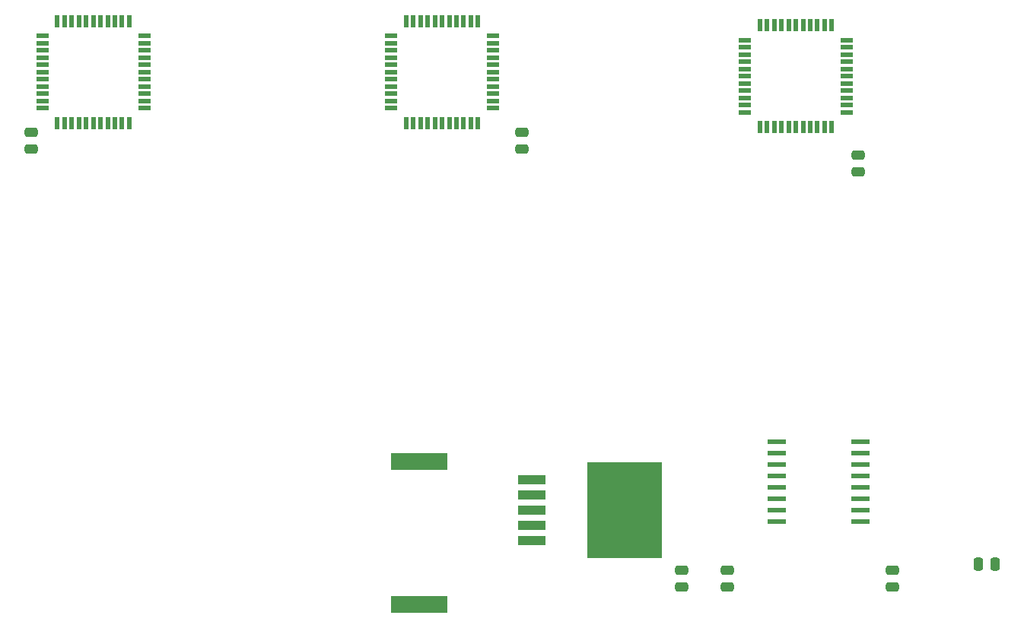
<source format=gbr>
G04 #@! TF.GenerationSoftware,KiCad,Pcbnew,7.0.10*
G04 #@! TF.CreationDate,2024-09-23T02:40:38-05:00*
G04 #@! TF.ProjectId,v2Panel,76325061-6e65-46c2-9e6b-696361645f70,rev?*
G04 #@! TF.SameCoordinates,Original*
G04 #@! TF.FileFunction,Paste,Top*
G04 #@! TF.FilePolarity,Positive*
%FSLAX46Y46*%
G04 Gerber Fmt 4.6, Leading zero omitted, Abs format (unit mm)*
G04 Created by KiCad (PCBNEW 7.0.10) date 2024-09-23 02:40:38*
%MOMM*%
%LPD*%
G01*
G04 APERTURE LIST*
G04 Aperture macros list*
%AMRoundRect*
0 Rectangle with rounded corners*
0 $1 Rounding radius*
0 $2 $3 $4 $5 $6 $7 $8 $9 X,Y pos of 4 corners*
0 Add a 4 corners polygon primitive as box body*
4,1,4,$2,$3,$4,$5,$6,$7,$8,$9,$2,$3,0*
0 Add four circle primitives for the rounded corners*
1,1,$1+$1,$2,$3*
1,1,$1+$1,$4,$5*
1,1,$1+$1,$6,$7*
1,1,$1+$1,$8,$9*
0 Add four rect primitives between the rounded corners*
20,1,$1+$1,$2,$3,$4,$5,0*
20,1,$1+$1,$4,$5,$6,$7,0*
20,1,$1+$1,$6,$7,$8,$9,0*
20,1,$1+$1,$8,$9,$2,$3,0*%
G04 Aperture macros list end*
%ADD10RoundRect,0.250000X0.475000X-0.250000X0.475000X0.250000X-0.475000X0.250000X-0.475000X-0.250000X0*%
%ADD11RoundRect,0.073750X-0.951250X-0.221250X0.951250X-0.221250X0.951250X0.221250X-0.951250X0.221250X0*%
%ADD12RoundRect,0.250000X-0.475000X0.250000X-0.475000X-0.250000X0.475000X-0.250000X0.475000X0.250000X0*%
%ADD13R,3.050000X1.016000*%
%ADD14R,8.380000X10.660000*%
%ADD15RoundRect,0.250000X0.250000X0.475000X-0.250000X0.475000X-0.250000X-0.475000X0.250000X-0.475000X0*%
%ADD16R,0.500800X1.355600*%
%ADD17R,1.355600X0.500800*%
%ADD18R,6.350000X1.900000*%
G04 APERTURE END LIST*
D10*
X150484897Y-143641827D03*
X150484897Y-141741827D03*
D11*
X155989897Y-127451827D03*
X155989897Y-128721827D03*
X155989897Y-129991827D03*
X155989897Y-131261827D03*
X155989897Y-132531827D03*
X155989897Y-133801827D03*
X155989897Y-135071827D03*
X155989897Y-136341827D03*
X165299897Y-136341827D03*
X165299897Y-135071827D03*
X165299897Y-133801827D03*
X165299897Y-132531827D03*
X165299897Y-131261827D03*
X165299897Y-129991827D03*
X165299897Y-128721827D03*
X165299897Y-127451827D03*
D12*
X168899897Y-141741827D03*
X168899897Y-143641827D03*
X145404897Y-141741827D03*
X145404897Y-143641827D03*
D13*
X128749897Y-131667827D03*
X128749897Y-133369827D03*
X128749897Y-135071827D03*
X128749897Y-136773827D03*
X128749897Y-138475827D03*
D14*
X139054897Y-135071827D03*
D15*
X180329897Y-141106827D03*
X178429897Y-141106827D03*
D16*
X83959887Y-80586136D03*
X83159886Y-80586136D03*
X82359887Y-80586136D03*
X81559886Y-80586136D03*
X80759888Y-80586136D03*
X79959887Y-80586136D03*
X79159886Y-80586136D03*
X78359888Y-80586136D03*
X77559887Y-80586136D03*
X76759888Y-80586136D03*
X75959887Y-80586136D03*
D17*
X74282088Y-82263935D03*
X74282088Y-83063936D03*
X74282088Y-83863935D03*
X74282088Y-84663936D03*
X74282088Y-85463934D03*
X74282088Y-86263935D03*
X74282088Y-87063936D03*
X74282088Y-87863934D03*
X74282088Y-88663935D03*
X74282088Y-89463934D03*
X74282088Y-90263935D03*
D16*
X75959887Y-91941734D03*
X76759888Y-91941734D03*
X77559887Y-91941734D03*
X78359888Y-91941734D03*
X79159886Y-91941734D03*
X79959887Y-91941734D03*
X80759888Y-91941734D03*
X81559886Y-91941734D03*
X82359887Y-91941734D03*
X83159886Y-91941734D03*
X83959887Y-91941734D03*
D17*
X85637686Y-90263935D03*
X85637686Y-89463934D03*
X85637686Y-88663935D03*
X85637686Y-87863934D03*
X85637686Y-87063936D03*
X85637686Y-86263935D03*
X85637686Y-85463934D03*
X85637686Y-84663936D03*
X85637686Y-83863935D03*
X85637686Y-83063936D03*
X85637686Y-82263935D03*
D12*
X73012088Y-92933935D03*
X73012088Y-94833935D03*
D16*
X162139289Y-81056135D03*
X161339288Y-81056135D03*
X160539289Y-81056135D03*
X159739288Y-81056135D03*
X158939290Y-81056135D03*
X158139289Y-81056135D03*
X157339288Y-81056135D03*
X156539290Y-81056135D03*
X155739289Y-81056135D03*
X154939290Y-81056135D03*
X154139289Y-81056135D03*
D17*
X152461490Y-82733934D03*
X152461490Y-83533935D03*
X152461490Y-84333934D03*
X152461490Y-85133935D03*
X152461490Y-85933933D03*
X152461490Y-86733934D03*
X152461490Y-87533935D03*
X152461490Y-88333933D03*
X152461490Y-89133934D03*
X152461490Y-89933933D03*
X152461490Y-90733934D03*
D16*
X154139289Y-92411733D03*
X154939290Y-92411733D03*
X155739289Y-92411733D03*
X156539290Y-92411733D03*
X157339288Y-92411733D03*
X158139289Y-92411733D03*
X158939290Y-92411733D03*
X159739288Y-92411733D03*
X160539289Y-92411733D03*
X161339288Y-92411733D03*
X162139289Y-92411733D03*
D17*
X163817088Y-90733934D03*
X163817088Y-89933933D03*
X163817088Y-89133934D03*
X163817088Y-88333933D03*
X163817088Y-87533935D03*
X163817088Y-86733934D03*
X163817088Y-85933933D03*
X163817088Y-85133935D03*
X163817088Y-84333934D03*
X163817088Y-83533935D03*
X163817088Y-82733934D03*
D12*
X127622088Y-92933935D03*
X127622088Y-94833935D03*
D16*
X122769289Y-80586136D03*
X121969288Y-80586136D03*
X121169289Y-80586136D03*
X120369288Y-80586136D03*
X119569290Y-80586136D03*
X118769289Y-80586136D03*
X117969288Y-80586136D03*
X117169290Y-80586136D03*
X116369289Y-80586136D03*
X115569290Y-80586136D03*
X114769289Y-80586136D03*
D17*
X113091490Y-82263935D03*
X113091490Y-83063936D03*
X113091490Y-83863935D03*
X113091490Y-84663936D03*
X113091490Y-85463934D03*
X113091490Y-86263935D03*
X113091490Y-87063936D03*
X113091490Y-87863934D03*
X113091490Y-88663935D03*
X113091490Y-89463934D03*
X113091490Y-90263935D03*
D16*
X114769289Y-91941734D03*
X115569290Y-91941734D03*
X116369289Y-91941734D03*
X117169290Y-91941734D03*
X117969288Y-91941734D03*
X118769289Y-91941734D03*
X119569290Y-91941734D03*
X120369288Y-91941734D03*
X121169289Y-91941734D03*
X121969288Y-91941734D03*
X122769289Y-91941734D03*
D17*
X124447088Y-90263935D03*
X124447088Y-89463934D03*
X124447088Y-88663935D03*
X124447088Y-87863934D03*
X124447088Y-87063936D03*
X124447088Y-86263935D03*
X124447088Y-85463934D03*
X124447088Y-84663936D03*
X124447088Y-83863935D03*
X124447088Y-83063936D03*
X124447088Y-82263935D03*
D12*
X165087088Y-95473935D03*
X165087088Y-97373935D03*
D18*
X116194897Y-129661827D03*
X116194897Y-145561827D03*
M02*

</source>
